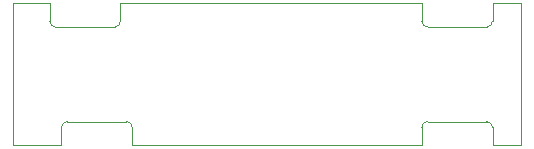
<source format=gbr>
G04 #@! TF.GenerationSoftware,KiCad,Pcbnew,(5.1.4)-1*
G04 #@! TF.CreationDate,2020-12-07T07:59:21-07:00*
G04 #@! TF.ProjectId,ufc_v4_opt_layer4,7566635f-7634-45f6-9f70-745f6c617965,rev?*
G04 #@! TF.SameCoordinates,Original*
G04 #@! TF.FileFunction,Profile,NP*
%FSLAX46Y46*%
G04 Gerber Fmt 4.6, Leading zero omitted, Abs format (unit mm)*
G04 Created by KiCad (PCBNEW (5.1.4)-1) date 2020-12-07 07:59:21*
%MOMM*%
%LPD*%
G04 APERTURE LIST*
%ADD10C,0.050000*%
G04 APERTURE END LIST*
D10*
X144137500Y-53905000D02*
X141737500Y-53905000D01*
X144137500Y-65905000D02*
X144137500Y-53905000D01*
X101137500Y-53905000D02*
X101137500Y-65905000D01*
X110237500Y-55405000D02*
X110237500Y-53905000D01*
X135737500Y-53905000D02*
X135737500Y-55405000D01*
X136237500Y-55905000D02*
X141237500Y-55905000D01*
X141737500Y-55405000D02*
X141737500Y-53905000D01*
X141237500Y-63905000D02*
X136237500Y-63905000D01*
X105737500Y-63905000D02*
X110737500Y-63905000D01*
X101137500Y-65905000D02*
X105237500Y-65905000D01*
X144137500Y-65905000D02*
X141737500Y-65905000D01*
X135737500Y-65905000D02*
X111237500Y-65905000D01*
X105237500Y-65905000D02*
X105237500Y-64405000D01*
X111237500Y-64405000D02*
X111237500Y-65905000D01*
X135737500Y-65905000D02*
X135737500Y-64405000D01*
X141737500Y-64405000D02*
X141737500Y-65905000D01*
X135737500Y-53905000D02*
X110237500Y-53905000D01*
X104237500Y-53905000D02*
X101137500Y-53905000D01*
X104237500Y-53905000D02*
X104237500Y-55405000D01*
X104737500Y-55905000D02*
X109737500Y-55905000D01*
X104737500Y-55905000D02*
G75*
G02X104237500Y-55405000I0J500000D01*
G01*
X110237500Y-55405000D02*
G75*
G02X109737500Y-55905000I-500000J0D01*
G01*
X136237500Y-55905000D02*
G75*
G02X135737500Y-55405000I0J500000D01*
G01*
X141737500Y-55405000D02*
G75*
G02X141237500Y-55905000I-500000J0D01*
G01*
X135737500Y-64405000D02*
G75*
G02X136237500Y-63905000I500000J0D01*
G01*
X141237500Y-63905000D02*
G75*
G02X141737500Y-64405000I0J-500000D01*
G01*
X105237500Y-64405000D02*
G75*
G02X105737500Y-63905000I500000J0D01*
G01*
X110737500Y-63905000D02*
G75*
G02X111237500Y-64405000I0J-500000D01*
G01*
M02*

</source>
